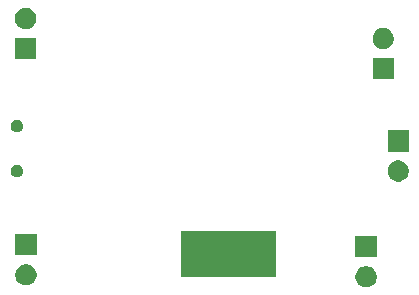
<source format=gbr>
G04 #@! TF.GenerationSoftware,KiCad,Pcbnew,(5.1.6)-1*
G04 #@! TF.CreationDate,2020-09-19T09:47:58+02:00*
G04 #@! TF.ProjectId,ArduinoProMicroUSB,41726475-696e-46f5-9072-6f4d6963726f,rev?*
G04 #@! TF.SameCoordinates,Original*
G04 #@! TF.FileFunction,Soldermask,Bot*
G04 #@! TF.FilePolarity,Negative*
%FSLAX46Y46*%
G04 Gerber Fmt 4.6, Leading zero omitted, Abs format (unit mm)*
G04 Created by KiCad (PCBNEW (5.1.6)-1) date 2020-09-19 09:47:58*
%MOMM*%
%LPD*%
G01*
G04 APERTURE LIST*
%ADD10C,0.100000*%
G04 APERTURE END LIST*
D10*
G36*
X185241412Y-71443127D02*
G01*
X185390712Y-71472824D01*
X185554684Y-71540744D01*
X185702254Y-71639347D01*
X185827753Y-71764846D01*
X185926356Y-71912416D01*
X185994276Y-72076388D01*
X186028900Y-72250459D01*
X186028900Y-72427941D01*
X185994276Y-72602012D01*
X185926356Y-72765984D01*
X185827753Y-72913554D01*
X185702254Y-73039053D01*
X185554684Y-73137656D01*
X185390712Y-73205576D01*
X185241412Y-73235273D01*
X185216642Y-73240200D01*
X185039158Y-73240200D01*
X185014388Y-73235273D01*
X184865088Y-73205576D01*
X184701116Y-73137656D01*
X184553546Y-73039053D01*
X184428047Y-72913554D01*
X184329444Y-72765984D01*
X184261524Y-72602012D01*
X184226900Y-72427941D01*
X184226900Y-72250459D01*
X184261524Y-72076388D01*
X184329444Y-71912416D01*
X184428047Y-71764846D01*
X184553546Y-71639347D01*
X184701116Y-71540744D01*
X184865088Y-71472824D01*
X185014388Y-71443127D01*
X185039158Y-71438200D01*
X185216642Y-71438200D01*
X185241412Y-71443127D01*
G37*
G36*
X156437812Y-71278027D02*
G01*
X156587112Y-71307724D01*
X156751084Y-71375644D01*
X156898654Y-71474247D01*
X157024153Y-71599746D01*
X157122756Y-71747316D01*
X157190676Y-71911288D01*
X157225300Y-72085359D01*
X157225300Y-72262841D01*
X157190676Y-72436912D01*
X157122756Y-72600884D01*
X157024153Y-72748454D01*
X156898654Y-72873953D01*
X156751084Y-72972556D01*
X156587112Y-73040476D01*
X156437812Y-73070173D01*
X156413042Y-73075100D01*
X156235558Y-73075100D01*
X156210788Y-73070173D01*
X156061488Y-73040476D01*
X155897516Y-72972556D01*
X155749946Y-72873953D01*
X155624447Y-72748454D01*
X155525844Y-72600884D01*
X155457924Y-72436912D01*
X155423300Y-72262841D01*
X155423300Y-72085359D01*
X155457924Y-71911288D01*
X155525844Y-71747316D01*
X155624447Y-71599746D01*
X155749946Y-71474247D01*
X155897516Y-71375644D01*
X156061488Y-71307724D01*
X156210788Y-71278027D01*
X156235558Y-71273100D01*
X156413042Y-71273100D01*
X156437812Y-71278027D01*
G37*
G36*
X177497720Y-72377500D02*
G01*
X169448500Y-72377500D01*
X169448500Y-68465500D01*
X177497720Y-68465500D01*
X177497720Y-72377500D01*
G37*
G36*
X186028900Y-70700200D02*
G01*
X184226900Y-70700200D01*
X184226900Y-68898200D01*
X186028900Y-68898200D01*
X186028900Y-70700200D01*
G37*
G36*
X157225300Y-70535100D02*
G01*
X155423300Y-70535100D01*
X155423300Y-68733100D01*
X157225300Y-68733100D01*
X157225300Y-70535100D01*
G37*
G36*
X187959212Y-62489627D02*
G01*
X188108512Y-62519324D01*
X188272484Y-62587244D01*
X188420054Y-62685847D01*
X188545553Y-62811346D01*
X188644156Y-62958916D01*
X188712076Y-63122888D01*
X188746700Y-63296959D01*
X188746700Y-63474441D01*
X188712076Y-63648512D01*
X188644156Y-63812484D01*
X188545553Y-63960054D01*
X188420054Y-64085553D01*
X188272484Y-64184156D01*
X188108512Y-64252076D01*
X187959212Y-64281773D01*
X187934442Y-64286700D01*
X187756958Y-64286700D01*
X187732188Y-64281773D01*
X187582888Y-64252076D01*
X187418916Y-64184156D01*
X187271346Y-64085553D01*
X187145847Y-63960054D01*
X187047244Y-63812484D01*
X186979324Y-63648512D01*
X186944700Y-63474441D01*
X186944700Y-63296959D01*
X186979324Y-63122888D01*
X187047244Y-62958916D01*
X187145847Y-62811346D01*
X187271346Y-62685847D01*
X187418916Y-62587244D01*
X187582888Y-62519324D01*
X187732188Y-62489627D01*
X187756958Y-62484700D01*
X187934442Y-62484700D01*
X187959212Y-62489627D01*
G37*
G36*
X155705504Y-62862345D02*
G01*
X155801189Y-62901979D01*
X155887305Y-62959520D01*
X155960540Y-63032755D01*
X156018081Y-63118871D01*
X156057715Y-63214556D01*
X156077920Y-63316134D01*
X156077920Y-63419706D01*
X156057715Y-63521284D01*
X156018081Y-63616969D01*
X155960540Y-63703085D01*
X155887305Y-63776320D01*
X155801189Y-63833861D01*
X155705504Y-63873495D01*
X155603926Y-63893700D01*
X155500354Y-63893700D01*
X155398776Y-63873495D01*
X155303091Y-63833861D01*
X155216975Y-63776320D01*
X155143740Y-63703085D01*
X155086199Y-63616969D01*
X155046565Y-63521284D01*
X155026360Y-63419706D01*
X155026360Y-63316134D01*
X155046565Y-63214556D01*
X155086199Y-63118871D01*
X155143740Y-63032755D01*
X155216975Y-62959520D01*
X155303091Y-62901979D01*
X155398776Y-62862345D01*
X155500354Y-62842140D01*
X155603926Y-62842140D01*
X155705504Y-62862345D01*
G37*
G36*
X188746700Y-61746700D02*
G01*
X186944700Y-61746700D01*
X186944700Y-59944700D01*
X188746700Y-59944700D01*
X188746700Y-61746700D01*
G37*
G36*
X155705504Y-59062505D02*
G01*
X155801189Y-59102139D01*
X155887305Y-59159680D01*
X155960540Y-59232915D01*
X156018081Y-59319031D01*
X156057715Y-59414716D01*
X156077920Y-59516294D01*
X156077920Y-59619866D01*
X156057715Y-59721444D01*
X156018081Y-59817129D01*
X155960540Y-59903245D01*
X155887305Y-59976480D01*
X155801189Y-60034021D01*
X155705504Y-60073655D01*
X155603926Y-60093860D01*
X155500354Y-60093860D01*
X155398776Y-60073655D01*
X155303091Y-60034021D01*
X155216975Y-59976480D01*
X155143740Y-59903245D01*
X155086199Y-59817129D01*
X155046565Y-59721444D01*
X155026360Y-59619866D01*
X155026360Y-59516294D01*
X155046565Y-59414716D01*
X155086199Y-59319031D01*
X155143740Y-59232915D01*
X155216975Y-59159680D01*
X155303091Y-59102139D01*
X155398776Y-59062505D01*
X155500354Y-59042300D01*
X155603926Y-59042300D01*
X155705504Y-59062505D01*
G37*
G36*
X187476700Y-55625300D02*
G01*
X185674700Y-55625300D01*
X185674700Y-53823300D01*
X187476700Y-53823300D01*
X187476700Y-55625300D01*
G37*
G36*
X157199900Y-53910800D02*
G01*
X155397900Y-53910800D01*
X155397900Y-52108800D01*
X157199900Y-52108800D01*
X157199900Y-53910800D01*
G37*
G36*
X186689212Y-51288227D02*
G01*
X186838512Y-51317924D01*
X187002484Y-51385844D01*
X187150054Y-51484447D01*
X187275553Y-51609946D01*
X187374156Y-51757516D01*
X187442076Y-51921488D01*
X187476700Y-52095559D01*
X187476700Y-52273041D01*
X187442076Y-52447112D01*
X187374156Y-52611084D01*
X187275553Y-52758654D01*
X187150054Y-52884153D01*
X187002484Y-52982756D01*
X186838512Y-53050676D01*
X186689212Y-53080373D01*
X186664442Y-53085300D01*
X186486958Y-53085300D01*
X186462188Y-53080373D01*
X186312888Y-53050676D01*
X186148916Y-52982756D01*
X186001346Y-52884153D01*
X185875847Y-52758654D01*
X185777244Y-52611084D01*
X185709324Y-52447112D01*
X185674700Y-52273041D01*
X185674700Y-52095559D01*
X185709324Y-51921488D01*
X185777244Y-51757516D01*
X185875847Y-51609946D01*
X186001346Y-51484447D01*
X186148916Y-51385844D01*
X186312888Y-51317924D01*
X186462188Y-51288227D01*
X186486958Y-51283300D01*
X186664442Y-51283300D01*
X186689212Y-51288227D01*
G37*
G36*
X156412412Y-49573727D02*
G01*
X156561712Y-49603424D01*
X156725684Y-49671344D01*
X156873254Y-49769947D01*
X156998753Y-49895446D01*
X157097356Y-50043016D01*
X157165276Y-50206988D01*
X157199900Y-50381059D01*
X157199900Y-50558541D01*
X157165276Y-50732612D01*
X157097356Y-50896584D01*
X156998753Y-51044154D01*
X156873254Y-51169653D01*
X156725684Y-51268256D01*
X156561712Y-51336176D01*
X156412412Y-51365873D01*
X156387642Y-51370800D01*
X156210158Y-51370800D01*
X156185388Y-51365873D01*
X156036088Y-51336176D01*
X155872116Y-51268256D01*
X155724546Y-51169653D01*
X155599047Y-51044154D01*
X155500444Y-50896584D01*
X155432524Y-50732612D01*
X155397900Y-50558541D01*
X155397900Y-50381059D01*
X155432524Y-50206988D01*
X155500444Y-50043016D01*
X155599047Y-49895446D01*
X155724546Y-49769947D01*
X155872116Y-49671344D01*
X156036088Y-49603424D01*
X156185388Y-49573727D01*
X156210158Y-49568800D01*
X156387642Y-49568800D01*
X156412412Y-49573727D01*
G37*
M02*

</source>
